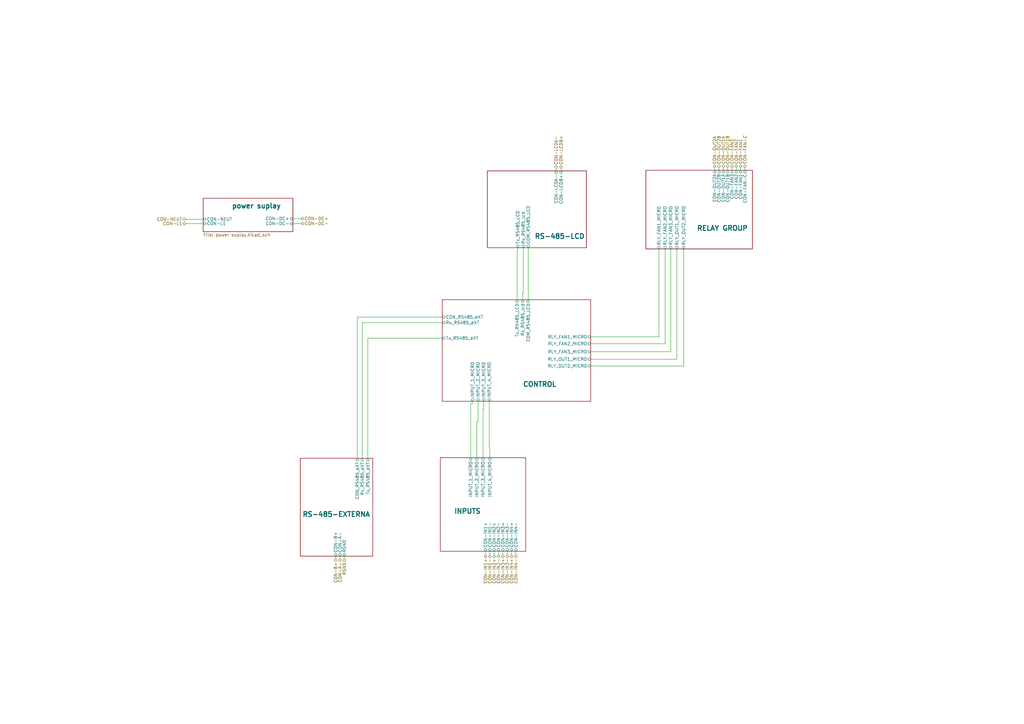
<source format=kicad_sch>
(kicad_sch (version 20230121) (generator eeschema)
  (paper "A3")
  (lib_symbols)
  (wire (pts (xy 206.248 226.06) (xy 206.248 227.584)))
  (wire (pts (xy 242.316 150.114) (xy 280.416 150.114)))
  (wire (pts (xy 198.12 187.706) (xy 198.12 167.64)))
  (wire (pts (xy 150.876 187.96) (xy 150.876 138.684)))
  (wire (pts (xy 242.316 138.176) (xy 270.256 138.176)))
  (wire (pts (xy 300.228 68.834) (xy 300.228 69.85)))
  (wire (pts (xy 202.692 226.06) (xy 202.692 227.584)))
  (wire (pts (xy 294.894 68.834) (xy 294.894 69.85)))
  (wire (pts (xy 214.376 120.396) (xy 214.376 122.936)))
  (wire (pts (xy 212.09 102.87) (xy 212.344 102.87)))
  (wire (pts (xy 214.63 120.396) (xy 214.376 120.396)))
  (wire (pts (xy 280.416 150.114) (xy 280.416 102.108)))
  (wire (pts (xy 148.59 132.334) (xy 148.59 187.96)))
  (wire (pts (xy 200.66 183.642) (xy 200.914 183.642)))
  (wire (pts (xy 272.796 140.97) (xy 242.316 140.97)))
  (wire (pts (xy 137.668 228.092) (xy 137.668 229.108)))
  (wire (pts (xy 196.088 164.592) (xy 196.088 172.974)))
  (wire (pts (xy 296.672 68.834) (xy 296.672 69.85)))
  (wire (pts (xy 277.622 147.32) (xy 242.316 147.32)))
  (wire (pts (xy 198.12 167.64) (xy 198.374 167.64)))
  (wire (pts (xy 76.2 89.916) (xy 83.312 89.916)))
  (wire (pts (xy 242.316 144.272) (xy 275.082 144.272)))
  (wire (pts (xy 228.092 69.088) (xy 228.092 70.104)))
  (wire (pts (xy 198.374 167.64) (xy 198.374 164.592)))
  (wire (pts (xy 200.66 164.592) (xy 200.66 183.642)))
  (wire (pts (xy 193.04 165.608) (xy 193.802 165.608)))
  (wire (pts (xy 277.622 102.108) (xy 277.622 147.32)))
  (wire (pts (xy 302.006 68.834) (xy 302.006 69.85)))
  (wire (pts (xy 211.582 226.06) (xy 211.582 227.584)))
  (wire (pts (xy 230.124 69.088) (xy 230.124 70.104)))
  (wire (pts (xy 298.45 68.834) (xy 298.45 69.85)))
  (wire (pts (xy 303.784 68.834) (xy 303.784 69.85)))
  (wire (pts (xy 200.914 183.642) (xy 200.914 187.706)))
  (wire (pts (xy 120.142 91.694) (xy 123.444 91.694)))
  (wire (pts (xy 272.796 102.108) (xy 272.796 140.97)))
  (wire (pts (xy 139.446 228.092) (xy 139.446 229.108)))
  (wire (pts (xy 120.142 89.662) (xy 123.444 89.662)))
  (wire (pts (xy 181.356 132.334) (xy 148.59 132.334)))
  (wire (pts (xy 212.09 122.936) (xy 212.09 102.87)))
  (wire (pts (xy 146.558 130.048) (xy 181.356 130.048)))
  (wire (pts (xy 193.802 165.608) (xy 193.802 164.592)))
  (wire (pts (xy 275.082 144.272) (xy 275.082 102.108)))
  (wire (pts (xy 146.558 187.96) (xy 146.558 130.048)))
  (wire (pts (xy 305.562 68.834) (xy 305.562 69.85)))
  (wire (pts (xy 216.662 101.6) (xy 216.662 122.936)))
  (wire (pts (xy 141.224 228.092) (xy 141.224 229.108)))
  (wire (pts (xy 212.344 102.87) (xy 212.344 101.6)))
  (wire (pts (xy 195.58 172.974) (xy 195.58 187.706)))
  (wire (pts (xy 214.63 101.6) (xy 214.63 120.396)))
  (wire (pts (xy 204.47 226.06) (xy 204.47 227.584)))
  (wire (pts (xy 208.026 226.06) (xy 208.026 227.584)))
  (wire (pts (xy 76.2 91.694) (xy 83.312 91.694)))
  (wire (pts (xy 150.876 138.684) (xy 181.356 138.684)))
  (wire (pts (xy 193.04 187.706) (xy 193.04 165.608)))
  (wire (pts (xy 270.256 138.176) (xy 270.256 102.108)))
  (wire (pts (xy 199.136 226.06) (xy 199.136 227.584)))
  (wire (pts (xy 293.116 68.834) (xy 293.116 69.85)))
  (wire (pts (xy 209.804 226.06) (xy 209.804 227.584)))
  (wire (pts (xy 196.088 172.974) (xy 195.58 172.974)))
  (wire (pts (xy 200.914 226.06) (xy 200.914 227.584)))
  (hierarchical_label "CON-FAN1" (shape bidirectional) (at 303.784 68.834 90))
  (hierarchical_label "CON-IN3-" (shape bidirectional) (at 208.026 227.584 270))
  (hierarchical_label "CON-NEUT" (shape bidirectional) (at 76.2 89.916 180))
  (hierarchical_label "CON-DC-" (shape bidirectional) (at 123.444 91.694 0))
  (hierarchical_label "CON-FAN3" (shape bidirectional) (at 300.228 68.834 90))
  (hierarchical_label "CON-DC+" (shape bidirectional) (at 123.444 89.662 0))
  (hierarchical_label "CON-A-" (shape bidirectional) (at 139.446 229.108 270))
  (hierarchical_label "CON-FAN2" (shape bidirectional) (at 302.006 68.834 90))
  (hierarchical_label "CON-OUT2B" (shape bidirectional) (at 294.894 68.834 90))
  (hierarchical_label "CON-IN2+" (shape bidirectional) (at 202.692 227.584 270))
  (hierarchical_label "CON-IN3+" (shape bidirectional) (at 206.248 227.584 270))
  (hierarchical_label "CON-OUT1A" (shape bidirectional) (at 296.672 68.834 90))
  (hierarchical_label "CON-IN1-" (shape bidirectional) (at 200.914 227.584 270))
  (hierarchical_label "CON-LCDB+" (shape bidirectional) (at 230.124 69.088 90))
  (hierarchical_label "CON-OUT2A" (shape bidirectional) (at 293.116 68.834 90))
  (hierarchical_label "CON-IN2-" (shape bidirectional) (at 204.47 227.584 270))
  (hierarchical_label "CON-LCDA-" (shape bidirectional) (at 228.092 69.088 90))
  (hierarchical_label "CON-IN4-" (shape bidirectional) (at 211.582 227.584 270))
  (hierarchical_label "CON-IN1+" (shape bidirectional) (at 199.136 227.584 270))
  (hierarchical_label "CON-FAN-C" (shape bidirectional) (at 305.562 68.834 90))
  (hierarchical_label "CON-B+" (shape bidirectional) (at 137.668 229.108 270))
  (hierarchical_label "CON-L1" (shape bidirectional) (at 76.2 91.694 180))
  (hierarchical_label "CON-OUT1B" (shape bidirectional) (at 298.45 68.834 90))
  (hierarchical_label "RGND" (shape bidirectional) (at 141.224 229.108 270))
  (hierarchical_label "CON-IN4+" (shape bidirectional) (at 209.804 227.584 270))
  (sheet (at 264.922 69.85) (size 43.688 32.258) (stroke (width 0.1524))
    (property "Sheetname" "RELAY GROUP" (at 285.75 94.742 0) (effects (font (size 2 2) bold) (justify left bottom)))
    (property "Sheetfile" "RELAY GROUP.kicad_sch" (effects hide))
    (pin "CON-FAN3" bidirectional (at 300.228 69.85 90))
    (pin "CON-FAN1" bidirectional (at 303.784 69.85 90))
    (pin "CON-FAN2" bidirectional (at 302.006 69.85 90))
    (pin "CON-OUT1B" bidirectional (at 298.45 69.85 90))
    (pin "CON-FAN-C" bidirectional (at 305.562 69.85 90))
    (pin "CON-OUT2A" bidirectional (at 293.116 69.85 90))
    (pin "CON-OUT1A" bidirectional (at 296.672 69.85 90))
    (pin "CON-OUT2B" bidirectional (at 294.894 69.85 90))
    (pin "RLY_FAN3_MICRO" bidirectional (at 275.082 102.108 270))
    (pin "RLY_FAN2_MICRO" bidirectional (at 272.796 102.108 270))
    (pin "RLY_FAN1_MICRO" bidirectional (at 270.256 102.108 270))
    (pin "RLY_OUT1_MICRO" bidirectional (at 277.622 102.108 270))
    (pin "RLY_OUT2_MICRO" bidirectional (at 280.416 102.108 270))
  )
  (sheet (at 83.312 81.28) (size 36.83 13.716) (stroke (width 0.1524))
    (property "Sheetname" "power suplay" (at 94.996 85.598 0) (effects (font (size 2 2) bold) (justify left bottom)))
    (property "Sheetfile" "power suplay.kicad_sch" (at 83.312 95.5806 0) (effects (justify left top)))
    (pin "CON-L1" bidirectional (at 83.312 91.694 180))
    (pin "CON-NEUT" bidirectional (at 83.312 89.916 180))
    (pin "CON-DC+" bidirectional (at 120.142 89.662 0))
    (pin "CON-DC-" bidirectional (at 120.142 91.694 0))
  )
  (sheet (at 181.356 122.936) (size 60.96 41.656) (stroke (width 0.1524))
    (property "Sheetname" "CONTROL" (at 214.376 158.75 0) (effects (font (size 2 2) bold) (justify left bottom)))
    (property "Sheetfile" "CONTROL.kicad_sch" (effects hide))
    (pin "CON_RS485_eXT" bidirectional (at 181.356 130.048 180))
    (pin "Rx_RS485_eXT" bidirectional (at 181.356 132.334 180))
    (pin "Tx_RS485_eXT" bidirectional (at 181.356 138.684 180))
    (pin "Tx_RS485_LCD" bidirectional (at 212.09 122.936 90))
    (pin "Rx_RS485_lcd" bidirectional (at 214.376 122.936 90))
    (pin "COM_RS485_LCD" bidirectional (at 216.662 122.936 90))
    (pin "RLY_FAN3_MICRO" bidirectional (at 242.316 144.272 0))
    (pin "RLY_FAN2_MICRO" bidirectional (at 242.316 140.97 0))
    (pin "RLY_OUT1_MICRO" bidirectional (at 242.316 147.32 0))
    (pin "RLY_FAN1_MICRO" bidirectional (at 242.316 138.176 0))
    (pin "RLY_OUT2_MICRO" bidirectional (at 242.316 150.114 0))
    (pin "INPUT_1_MICRO" bidirectional (at 193.802 164.592 270))
    (pin "INPUT_3_MICRO" bidirectional (at 198.374 164.592 270))
    (pin "INPUT_2_MICRO" bidirectional (at 196.088 164.592 270))
    (pin "INPUT_4_MICRO" bidirectional (at 200.66 164.592 270))
  )
  (sheet (at 123.19 187.96) (size 29.718 40.132) (stroke (width 0.1524))
    (property "Sheetname" "RS-485-EXTERNA" (at 123.952 212.09 0) (effects (font (size 2 2) bold) (justify left bottom)))
    (property "Sheetfile" "RS-485-EXTERNA.kicad_sch" (effects hide))
    (pin "RGND" bidirectional (at 141.224 228.092 270))
    (pin "CON-B+" bidirectional (at 137.668 228.092 270))
    (pin "CON-A-" bidirectional (at 139.446 228.092 270))
    (pin "CON_RS485_eXT" bidirectional (at 146.558 187.96 90))
    (pin "Tx_RS485_eXT" bidirectional (at 150.876 187.96 90))
    (pin "Rx_RS485_eXT" bidirectional (at 148.59 187.96 90))
  )
  (sheet (at 199.898 70.104) (size 40.64 31.496) (stroke (width 0.1524))
    (property "Sheetname" "RS-485-LCD" (at 219.202 98.044 0) (effects (font (size 2 2) bold) (justify left bottom)))
    (property "Sheetfile" "RS-485-LCD.kicad_sch" (effects hide))
    (pin "CON-LCDB+" bidirectional (at 230.124 70.104 90))
    (pin "CON-LCDA-" bidirectional (at 228.092 70.104 90))
    (pin "Tx_RS485_LCD" bidirectional (at 212.344 101.6 270))
    (pin "COM_RS485_LCD" bidirectional (at 216.662 101.6 270))
    (pin "Rx_RS485_lcd" bidirectional (at 214.63 101.6 270))
  )
  (sheet (at 180.594 187.706) (size 35.052 38.354) (stroke (width 0.1524))
    (property "Sheetname" "INPUTS" (at 186.182 210.82 0) (effects (font (size 2 2) bold) (justify left bottom)))
    (property "Sheetfile" "INPUTS.kicad_sch" (effects hide))
    (pin "CON-IN3+" bidirectional (at 206.248 226.06 270))
    (pin "CON-IN1+" bidirectional (at 199.136 226.06 270))
    (pin "CON-IN4+" bidirectional (at 209.804 226.06 270))
    (pin "CON-IN3-" bidirectional (at 208.026 226.06 270))
    (pin "CON-IN2-" bidirectional (at 204.47 226.06 270))
    (pin "CON-IN4-" bidirectional (at 211.582 226.06 270))
    (pin "CON-IN1-" bidirectional (at 200.914 226.06 270))
    (pin "CON-IN2+" bidirectional (at 202.692 226.06 270))
    (pin "INPUT_1_MICRO" bidirectional (at 193.04 187.706 90))
    (pin "INPUT_3_MICRO" bidirectional (at 198.12 187.706 90))
    (pin "INPUT_2_MICRO" bidirectional (at 195.58 187.706 90))
    (pin "INPUT_4_MICRO" bidirectional (at 200.914 187.706 90))
  )
)
</source>
